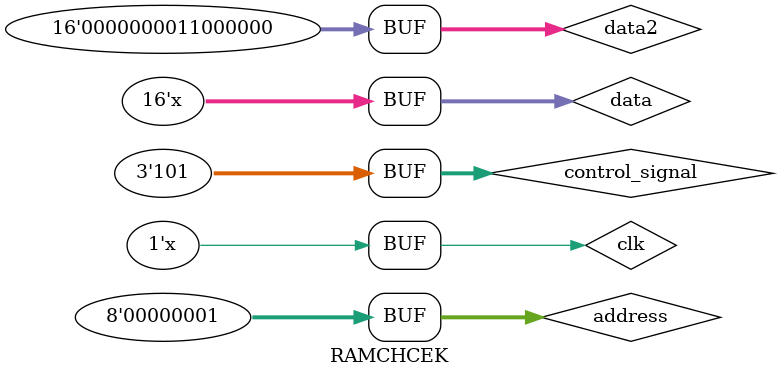
<source format=v>
`timescale 1ns / 1ps

module RAMCHCEK;

// Inputs
	reg [7:0] address;
	reg clk;
	reg [2:0] control_signal;
	reg [15:0] data2;

	// Outputs
	wire [15:0] data;

	// Instantiate the Unit Under Test (UUT)
	RAM uut (
		.clk(clk), 
		.address(address), 
		.data(data), 
		.control_signal(control_signal)
	);
	
	always #5 clk = ~clk; 
	assign data = control_signal[1] ? data2 : 16'bz;
	initial begin 
		clk = 1'b0;
		#5 address=8'b00000001;
		#15 control_signal=3'b110;
			 data2=16'b11000000;
		#10 control_signal=3'b101;		
	end
	      
endmodule


</source>
